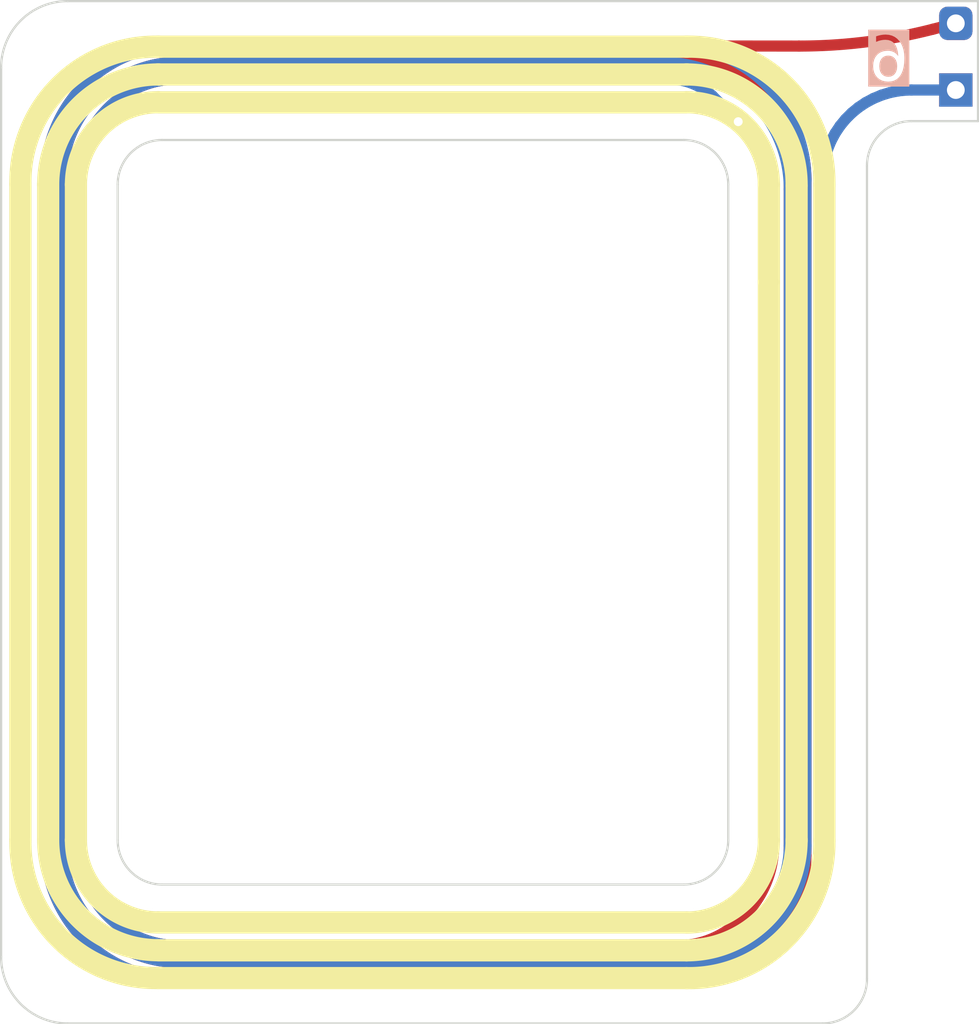
<source format=kicad_pcb>
(kicad_pcb (version 20221018) (generator pcbnew)
  (layers (0 "F.Cu" signal) (31 "B.Cu" signal) (34 "B.Paste" user) (35 "F.Paste" user) (36 "B.SilkS" user "B.Silkscreen") (37 "F.SilkS" user "F.Silkscreen") (38 "B.Mask" user) (39 "F.Mask" user) (44 "Edge.Cuts" user))
  (net 0 "")
  (footprint "" (layer "F.Cu") (at 166 47.375)
    (fp_text reference "" (at 0 0) (layer "F.SilkS") (effects (font (size 1.27 1.27))))
    (fp_text value "" (at 0 0) (layer "F.SilkS") (effects (font (size 1.27 1.27))))
    (pad "1" thru_hole roundrect (at 0 0) (size 1.5 1.5) (drill 0.8) (layers "*.Cu" "*.Mask"))
  )
  (footprint "" (layer "F.Cu") (at 166 50.375)
    (fp_text reference "" (at 0 0) (layer "F.SilkS") (effects (font (size 1.27 1.27))))
    (fp_text value "" (at 0 0) (layer "F.SilkS") (effects (font (size 1.27 1.27))))
    (pad "1" thru_hole rect (at 0 0) (size 1.5 1.5) (drill 0.8) (layers "*.Cu" "*.Mask"))
  )
  (gr_arc (start 160.08 84.13) (mid 158.29785 88.552794) (end 153.875056 90.334944) (stroke (width 1)) (layer "F.SilkS"))
  (gr_line (start 158.83 54.73) (end 158.83 84.13) (stroke (width 1)) (layer "F.SilkS"))
  (gr_arc (start 126.370112 54.63) (mid 127.455275 52.010219) (end 130.075056 50.925056) (stroke (width 1)) (layer "F.SilkS"))
  (gr_line (start 153.875056 87.83) (end 130.075056 87.83) (stroke (width 1)) (layer "F.SilkS"))
  (gr_arc (start 130.075056 87.83) (mid 127.455252 86.74486) (end 126.370112 84.125056) (stroke (width 1)) (layer "F.SilkS"))
  (gr_line (start 157.58 84.13) (end 157.58 59.018047) (stroke (width 1)) (layer "F.SilkS"))
  (gr_arc (start 125.120112 54.63) (mid 126.57137 51.126314) (end 130.075056 49.675056) (stroke (width 1)) (layer "F.SilkS"))
  (gr_line (start 126.370112 54.63) (end 126.370112 84.13) (stroke (width 1)) (layer "F.SilkS"))
  (gr_line (start 130.075056 49.675056) (end 153.875056 49.675056) (stroke (width 1)) (layer "F.SilkS"))
  (gr_line (start 153.875056 89.084944) (end 130.075056 89.084944) (stroke (width 1)) (layer "F.SilkS"))
  (gr_arc (start 153.875056 50.925056) (mid 156.494846 52.01021) (end 157.58 54.63) (stroke (width 1)) (layer "F.SilkS"))
  (gr_line (start 130.075056 48.425056) (end 153.875056 48.425056) (stroke (width 1)) (layer "F.SilkS"))
  (gr_line (start 160.08 54.63) (end 160.08 84.13) (stroke (width 1)) (layer "F.SilkS"))
  (gr_line (start 123.870112 84.13) (end 123.870112 54.63) (stroke (width 1)) (layer "F.SilkS"))
  (gr_arc (start 153.875056 48.425056) (mid 158.297891 50.207165) (end 160.08 54.63) (stroke (width 1)) (layer "F.SilkS"))
  (gr_line (start 157.58 59.018047) (end 157.58 54.63) (stroke (width 1)) (layer "F.SilkS"))
  (gr_line (start 153.875056 90.334944) (end 130.075056 90.334944) (stroke (width 1)) (layer "F.SilkS"))
  (gr_arc (start 130.075056 89.08) (mid 126.571369 87.628743) (end 125.120112 84.125056) (stroke (width 1)) (layer "F.SilkS"))
  (gr_arc (start 158.83 84.13) (mid 157.37874 87.633684) (end 153.875056 89.084944) (stroke (width 1)) (layer "F.SilkS"))
  (gr_arc (start 123.870112 54.63) (mid 125.65226 50.207204) (end 130.075056 48.425056) (stroke (width 1)) (layer "F.SilkS"))
  (gr_arc (start 130.075056 90.33) (mid 125.652237 88.547875) (end 123.870112 84.125056) (stroke (width 1)) (layer "F.SilkS"))
  (gr_arc (start 153.875056 49.675056) (mid 157.378729 51.126327) (end 158.83 54.63) (stroke (width 1)) (layer "F.SilkS"))
  (gr_arc (start 157.58 84.13) (mid 156.494856 86.7498) (end 153.875056 87.834944) (stroke (width 1)) (layer "F.SilkS"))
  (gr_line (start 130.075056 50.93) (end 153.875056 50.93) (stroke (width 1)) (layer "F.SilkS"))
  (gr_line (start 125.120112 84.03) (end 125.120112 54.63) (stroke (width 1)) (layer "F.SilkS"))
  (gr_line (start 130.25 52.625) (end 153.75 52.625) (stroke (width 0.1)) (layer "Edge.Cuts"))
  (gr_arc (start 123 49.375) (mid 123.87868 47.25368) (end 126 46.375) (stroke (width 0.1)) (layer "Edge.Cuts"))
  (gr_arc (start 162 53.775) (mid 162.585786 52.360786) (end 164 51.775) (stroke (width 0.1)) (layer "Edge.Cuts"))
  (gr_line (start 164 51.775) (end 167 51.775) (stroke (width 0.1)) (layer "Edge.Cuts"))
  (gr_line (start 123 89.375) (end 123 49.375) (stroke (width 0.1)) (layer "Edge.Cuts"))
  (gr_arc (start 128.25 54.625) (mid 128.835786 53.210786) (end 130.25 52.625) (stroke (width 0.1)) (layer "Edge.Cuts"))
  (gr_line (start 167 46.375) (end 167 51.775) (stroke (width 0.1)) (layer "Edge.Cuts"))
  (gr_line (start 128.25 84.125) (end 128.25 54.625) (stroke (width 0.1)) (layer "Edge.Cuts"))
  (gr_arc (start 153.75 52.625) (mid 155.164214 53.210786) (end 155.75 54.625) (stroke (width 0.1)) (layer "Edge.Cuts"))
  (gr_line (start 153.75 86.125) (end 130.25 86.125) (stroke (width 0.1)) (layer "Edge.Cuts"))
  (gr_arc (start 126 92.375) (mid 123.87868 91.49632) (end 123 89.375) (stroke (width 0.1)) (layer "Edge.Cuts"))
  (gr_arc (start 155.75 84.125) (mid 155.164214 85.539214) (end 153.75 86.125) (stroke (width 0.1)) (layer "Edge.Cuts"))
  (gr_arc (start 162 90.375) (mid 161.414214 91.789214) (end 160 92.375) (stroke (width 0.1)) (layer "Edge.Cuts"))
  (gr_line (start 162 53.775) (end 162 90.375) (stroke (width 0.1)) (layer "Edge.Cuts"))
  (gr_line (start 126 92.375) (end 160 92.375) (stroke (width 0.1)) (layer "Edge.Cuts"))
  (gr_line (start 126 46.375) (end 167 46.375) (stroke (width 0.1)) (layer "Edge.Cuts"))
  (gr_arc (start 130.25 86.125) (mid 128.835786 85.539214) (end 128.25 84.125) (stroke (width 0.1)) (layer "Edge.Cuts"))
  (gr_line (start 155.75 54.625) (end 155.75 84.125) (stroke (width 0.1)) (layer "Edge.Cuts"))
  (gr_text "6" (at 163.88 50.3) (layer "B.SilkS" knockout) (effects (font (size 2 2) (thickness 0.2)) (justify left bottom mirror)))
  (segment (start 153.472459 89.625) (end 131 89.625) (width 0.5) (layer "F.Cu") (net 0))
  (segment (start 159.25 54.375) (end 159.25 84.819579) (width 0.5) (layer "F.Cu") (net 0))
  (segment (start 158.5 54.375) (end 158.5 84.597459) (width 0.5) (layer "F.Cu") (net 0))
  (segment (start 125.75 84.375) (end 125.75 54.375) (width 0.5) (layer "F.Cu") (net 0))
  (segment (start 164.966312 47.639882) (end 166 47.375) (width 0.5) (layer "F.Cu") (net 0))
  (segment (start 131 49.125) (end 154 49.125) (width 0.5) (layer "F.Cu") (net 0))
  (segment (start 131 49.875) (end 154 49.875) (width 0.5) (layer "F.Cu") (net 0))
  (segment (start 156.473107 87.526894) (end 156.303405 87.696596) (width 0.5) (layer "F.Cu") (net 0))
  (segment (start 153.694579 90.375) (end 131 90.375) (width 0.5) (layer "F.Cu") (net 0))
  (segment (start 131 48.375) (end 158.937845 48.39753) (width 0.5) (layer "F.Cu") (net 0))
  (segment (start 126.5 84.375) (end 126.5 54.375) (width 0.5) (layer "F.Cu") (net 0))
  (segment (start 157.8 54.921552) (end 157.8 84.323484) (width 0.5) (layer "F.Cu") (net 0))
  (segment (start 153.458495 88.875) (end 131 88.875) (width 0.5) (layer "F.Cu") (net 0))
  (segment (start 125 84.375) (end 125 54.375) (width 0.5) (layer "F.Cu") (net 0))
  (segment (start 156.2 51.8) (end 156.7241 52.3241) (width 0.5) (layer "F.Cu") (net 0))
  (via (at 156.199999 51.800002) (size 0.8) (drill 0.4) (layers "F.Cu" "B.Cu") (net 0))
  (arc (start 156.7241 52.3241) (mid 157.520383 53.515821) (end 157.8 54.921552) (width 0.5) (layer "F.Cu") (net 0))
  (arc (start 131 89.625) (mid 127.287689 88.087311) (end 125.75 84.375) (width 0.5) (layer "F.Cu") (net 0))
  (arc (start 125 54.375) (mid 126.757359 50.132359) (end 131 48.375) (width 0.5) (layer "F.Cu") (net 0))
  (arc (start 131 88.875) (mid 127.818019 87.556981) (end 126.5 84.375) (width 0.5) (layer "F.Cu") (net 0))
  (arc (start 158.5 84.597459) (mid 157.027467 88.152467) (end 153.472459 89.625) (width 0.5) (layer "F.Cu") (net 0))
  (arc (start 154 49.875) (mid 157.181981 51.193019) (end 158.5 54.375) (width 0.5) (layer "F.Cu") (net 0))
  (arc (start 131 90.375) (mid 126.757359 88.617641) (end 125 84.375) (width 0.5) (layer "F.Cu") (net 0))
  (arc (start 156.303405 87.696596) (mid 154.99815 88.568743) (end 153.458495 88.875) (width 0.5) (layer "F.Cu") (net 0))
  (arc (start 159.25 84.819579) (mid 157.622855 88.747855) (end 153.694579 90.375) (width 0.5) (layer "F.Cu") (net 0))
  (arc (start 158.937845 48.39753) (mid 161.975944 48.208596) (end 164.966312 47.639882) (width 0.5) (layer "F.Cu") (net 0))
  (arc (start 126.5 54.375) (mid 127.818019 51.193019) (end 131 49.875) (width 0.5) (layer "F.Cu") (net 0))
  (arc (start 157.8 84.323484) (mid 157.455152 86.057157) (end 156.473107 87.526894) (width 0.5) (layer "F.Cu") (net 0))
  (arc (start 125.75 54.375) (mid 127.287689 50.662689) (end 131 49.125) (width 0.5) (layer "F.Cu") (net 0))
  (arc (start 154 49.125) (mid 157.712311 50.662689) (end 159.25 54.375) (width 0.5) (layer "F.Cu") (net 0))
  (segment (start 154 90.375) (end 131 90.375) (width 0.5) (layer "B.Cu") (net 0))
  (segment (start 125 84.375) (end 125 54.375) (width 0.5) (layer "B.Cu") (net 0))
  (segment (start 155.033185 50.636073) (end 156.197114 51.800002) (width 0.5) (layer "B.Cu") (net 0))
  (segment (start 131 49.125) (end 152.784284 49.125) (width 0.5) (layer "B.Cu") (net 0))
  (segment (start 160.785233 51.990766) (end 160.567017 52.317349) (width 0.5) (layer "B.Cu") (net 0))
  (segment (start 131 49.875) (end 153.032356 49.875) (width 0.5) (layer "B.Cu") (net 0))
  (segment (start 161.615766 51.160233) (end 161.312144 51.409408) (width 0.5) (layer "B.Cu") (net 0))
  (segment (start 161.034408 51.687144) (end 160.785233 51.990766) (width 0.5) (layer "B.Cu") (net 0))
  (segment (start 161.942349 50.942017) (end 161.615766 51.160233) (width 0.5) (layer "B.Cu") (net 0))
  (segment (start 160.567017 52.317349) (end 160.381862 52.663748) (width 0.5) (layer "B.Cu") (net 0))
  (segment (start 163.412724 50.415908) (end 163.027493 50.492535) (width 0.5) (layer "B.Cu") (net 0))
  (segment (start 160.231553 53.026628) (end 160.117535 53.402493) (width 0.5) (layer "B.Cu") (net 0))
  (segment (start 162.288748 50.756862) (end 161.942349 50.942017) (width 0.5) (layer "B.Cu") (net 0))
  (segment (start 160.002409 54.178611) (end 160 54.375) (width 0.5) (layer "B.Cu") (net 0))
  (segment (start 166 50.375) (end 164 50.375) (width 0.5) (layer "B.Cu") (net 0))
  (segment (start 162.651628 50.606553) (end 162.288748 50.756862) (width 0.5) (layer "B.Cu") (net 0))
  (segment (start 163.803611 50.377409) (end 163.412724 50.415908) (width 0.5) (layer "B.Cu") (net 0))
  (segment (start 160.040908 53.787724) (end 160.002409 54.178611) (width 0.5) (layer "B.Cu") (net 0))
  (segment (start 160.381862 52.663748) (end 160.231553 53.026628) (width 0.5) (layer "B.Cu") (net 0))
  (segment (start 160 54.375) (end 160 84.315627) (width 0.5) (layer "B.Cu") (net 0))
  (segment (start 163.027493 50.492535) (end 162.651628 50.606553) (width 0.5) (layer "B.Cu") (net 0))
  (segment (start 156.197114 51.800002) (end 156.199999 51.800002) (width 0.5) (layer "B.Cu") (net 0))
  (segment (start 158.5 54.840716) (end 158.5 84.375) (width 0.5) (layer "B.Cu") (net 0))
  (segment (start 131 48.375) (end 153.184829 48.375) (width 0.5) (layer "B.Cu") (net 0))
  (segment (start 164 50.375) (end 163.803611 50.377409) (width 0.5) (layer "B.Cu") (net 0))
  (segment (start 125.75 84.375) (end 125.75 54.375) (width 0.5) (layer "B.Cu") (net 0))
  (segment (start 161.312144 51.409408) (end 161.034408 51.687144) (width 0.5) (layer "B.Cu") (net 0))
  (segment (start 159.25 54.440171) (end 159.25 84.375) (width 0.5) (layer "B.Cu") (net 0))
  (segment (start 154 88.875) (end 131 88.875) (width 0.5) (layer "B.Cu") (net 0))
  (segment (start 126.5 84.375) (end 126.5 54.375) (width 0.5) (layer "B.Cu") (net 0))
  (segment (start 154 89.625) (end 131 89.625) (width 0.5) (layer "B.Cu") (net 0))
  (segment (start 160.117535 53.402493) (end 160.040908 53.787724) (width 0.5) (layer "B.Cu") (net 0))
  (arc (start 152.784284 49.125) (mid 156.825906 50.799094) (end 158.5 54.840716) (width 0.5) (layer "B.Cu") (net 0))
  (arc (start 153.184829 48.375) (mid 157.473553 50.151447) (end 159.25 54.440171) (width 0.5) (layer "B.Cu") (net 0))
  (arc (start 131 89.625) (mid 127.287689 88.087311) (end 125.75 84.375) (width 0.5) (layer "B.Cu") (net 0))
  (arc (start 131 90.375) (mid 126.757359 88.617641) (end 125 84.375) (width 0.5) (layer "B.Cu") (net 0))
  (arc (start 125.75 54.375) (mid 127.287689 50.662689) (end 131 49.125) (width 0.5) (layer "B.Cu") (net 0))
  (arc (start 126.5 54.375) (mid 127.818019 51.193019) (end 131 49.875) (width 0.5) (layer "B.Cu") (net 0))
  (arc (start 160 84.375) (mid 158.242641 88.617641) (end 154 90.375) (width 0.5) (layer "B.Cu") (net 0))
  (arc (start 131 88.875) (mid 127.818019 87.556981) (end 126.5 84.375) (width 0.5) (layer "B.Cu") (net 0))
  (arc (start 153.032356 49.875) (mid 154.102229 50.07224) (end 155.033185 50.636073) (width 0.5) (layer "B.Cu") (net 0))
  (arc (start 159.25 84.375) (mid 157.712311 88.087311) (end 154 89.625) (width 0.5) (layer "B.Cu") (net 0))
  (arc (start 125 54.375) (mid 126.757359 50.132359) (end 131 48.375) (width 0.5) (layer "B.Cu") (net 0))
  (arc (start 158.5 84.375) (mid 157.181981 87.556981) (end 154 88.875) (width 0.5) (layer "B.Cu") (net 0))
)
</source>
